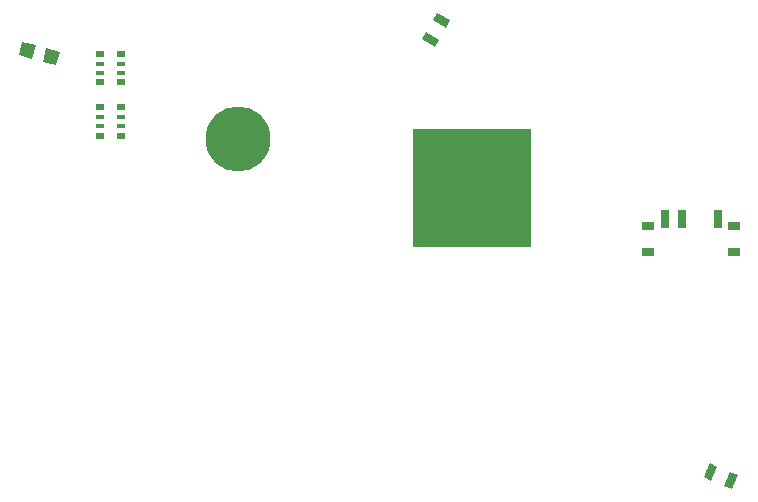
<source format=gbp>
G04 #@! TF.GenerationSoftware,KiCad,Pcbnew,5.0.0-fee4fd1~66~ubuntu18.04.1*
G04 #@! TF.CreationDate,2018-09-07T22:29:42-07:00*
G04 #@! TF.ProjectId,trevor2,747265766F72322E6B696361645F7063,rev?*
G04 #@! TF.SameCoordinates,Original*
G04 #@! TF.FileFunction,Paste,Bot*
G04 #@! TF.FilePolarity,Positive*
%FSLAX46Y46*%
G04 Gerber Fmt 4.6, Leading zero omitted, Abs format (unit mm)*
G04 Created by KiCad (PCBNEW 5.0.0-fee4fd1~66~ubuntu18.04.1) date Fri Sep  7 22:29:42 2018*
%MOMM*%
%LPD*%
G01*
G04 APERTURE LIST*
%ADD10R,10.000000X10.000000*%
%ADD11C,1.200000*%
%ADD12C,0.100000*%
%ADD13C,0.700000*%
%ADD14R,0.800000X0.500000*%
%ADD15R,0.800000X0.400000*%
%ADD16R,0.700000X1.500000*%
%ADD17R,1.000000X0.800000*%
%ADD18C,5.500000*%
G04 APERTURE END LIST*
D10*
G04 #@! TO.C,BT1*
X159800000Y-97400000D03*
G04 #@! TD*
D11*
G04 #@! TO.C,C1*
X122185778Y-85728240D03*
D12*
G36*
X122920625Y-85303976D02*
X122610042Y-86463087D01*
X121450931Y-86152504D01*
X121761514Y-84993393D01*
X122920625Y-85303976D01*
X122920625Y-85303976D01*
G37*
D11*
X124214222Y-86271760D03*
D12*
G36*
X124949069Y-85847496D02*
X124638486Y-87006607D01*
X123479375Y-86696024D01*
X123789958Y-85536913D01*
X124949069Y-85847496D01*
X124949069Y-85847496D01*
G37*
G04 #@! TD*
D13*
G04 #@! TO.C,R1*
X156325000Y-84822724D03*
D12*
G36*
X155937083Y-84194615D02*
X157062917Y-84844615D01*
X156712917Y-85450833D01*
X155587083Y-84800833D01*
X155937083Y-84194615D01*
X155937083Y-84194615D01*
G37*
D13*
X157275000Y-83177276D03*
D12*
G36*
X156887083Y-82549167D02*
X158012917Y-83199167D01*
X157662917Y-83805385D01*
X156537083Y-83155385D01*
X156887083Y-82549167D01*
X156887083Y-82549167D01*
G37*
G04 #@! TD*
D14*
G04 #@! TO.C,RN1*
X130150000Y-90550000D03*
D15*
X130150000Y-92150000D03*
X130150000Y-91350000D03*
D14*
X130150000Y-92950000D03*
D15*
X128350000Y-91350000D03*
D14*
X128350000Y-90550000D03*
D15*
X128350000Y-92150000D03*
D14*
X128350000Y-92950000D03*
G04 #@! TD*
G04 #@! TO.C,RN2*
X128350000Y-88450000D03*
D15*
X128350000Y-87650000D03*
D14*
X128350000Y-86050000D03*
D15*
X128350000Y-86850000D03*
D14*
X130150000Y-88450000D03*
D15*
X130150000Y-86850000D03*
X130150000Y-87650000D03*
D14*
X130150000Y-86050000D03*
G04 #@! TD*
D16*
G04 #@! TO.C,SW1*
X180650000Y-99975000D03*
X177650000Y-99975000D03*
X176150000Y-99975000D03*
D17*
X182050000Y-102825000D03*
X174750000Y-102825000D03*
X174750000Y-100625000D03*
X182050000Y-100625000D03*
G04 #@! TD*
D18*
G04 #@! TO.C,REF\002A\002A*
X140000000Y-93200000D03*
G04 #@! TD*
D13*
G04 #@! TO.C,R2*
X180025519Y-121428805D03*
D12*
G36*
X179449367Y-121890377D02*
X179957318Y-120693721D01*
X180601671Y-120967233D01*
X180093720Y-122163889D01*
X179449367Y-121890377D01*
X179449367Y-121890377D01*
G37*
D13*
X181774481Y-122171195D03*
D12*
G36*
X181198329Y-122632767D02*
X181706280Y-121436111D01*
X182350633Y-121709623D01*
X181842682Y-122906279D01*
X181198329Y-122632767D01*
X181198329Y-122632767D01*
G37*
G04 #@! TD*
M02*

</source>
